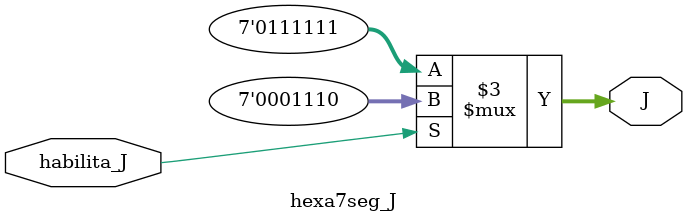
<source format=v>
module hexa7seg_J (habilita_J, J);
    input      habilita_J;
    output reg [6:0] J;
    
   /* DISPLAY J - mostra a letra J 
   * input habilita_J deve ser 1'b1 no circuito
   */

    always @ (habilita_J) begin
        if(habilita_J) J = 7'b0001110; // J 
        else J = 7'b0111111; // - 
    end
endmodule

</source>
